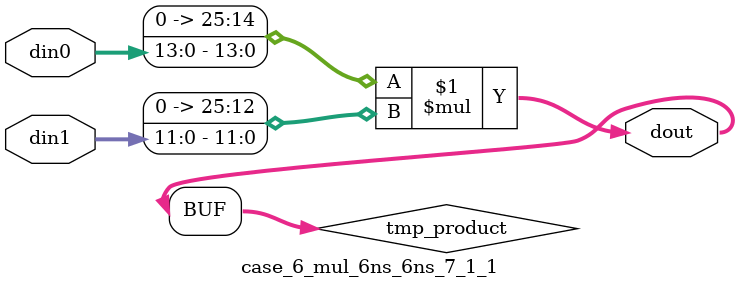
<source format=v>

`timescale 1 ns / 1 ps

 module case_6_mul_6ns_6ns_7_1_1(din0, din1, dout);
parameter ID = 1;
parameter NUM_STAGE = 0;
parameter din0_WIDTH = 14;
parameter din1_WIDTH = 12;
parameter dout_WIDTH = 26;

input [din0_WIDTH - 1 : 0] din0; 
input [din1_WIDTH - 1 : 0] din1; 
output [dout_WIDTH - 1 : 0] dout;

wire signed [dout_WIDTH - 1 : 0] tmp_product;
























assign tmp_product = $signed({1'b0, din0}) * $signed({1'b0, din1});











assign dout = tmp_product;





















endmodule

</source>
